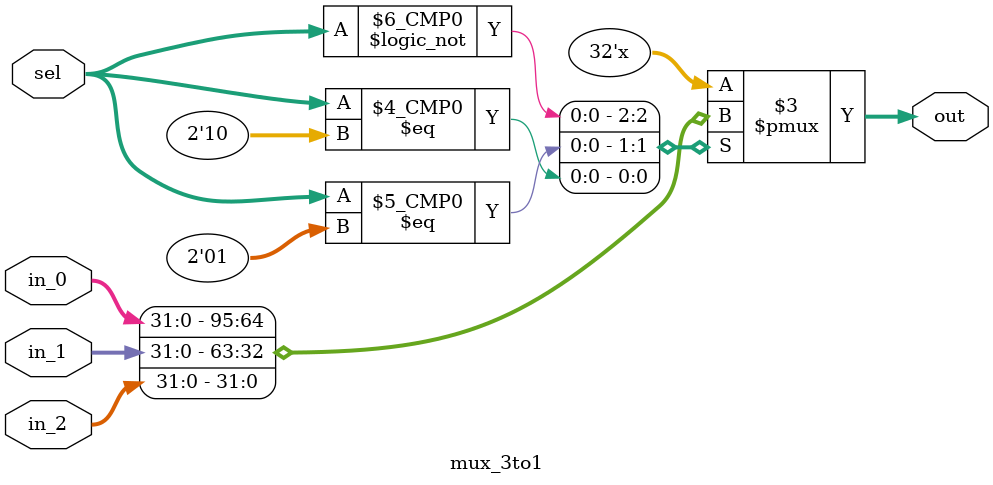
<source format=v>

module mux_3to1 (in_0, in_1 , in_2, sel, out);

    input [31:0] in_0, in_1,in_2;
    input [1:0] sel;
    output reg [31:0] out;

    always @(*)
    casex(sel)
        2'b00:
            out = in_0;
        2'b01:
            out = in_1;
        2'b10:
            out = in_2;
        default:
            out = 32'bx;
    endcase
endmodule


</source>
